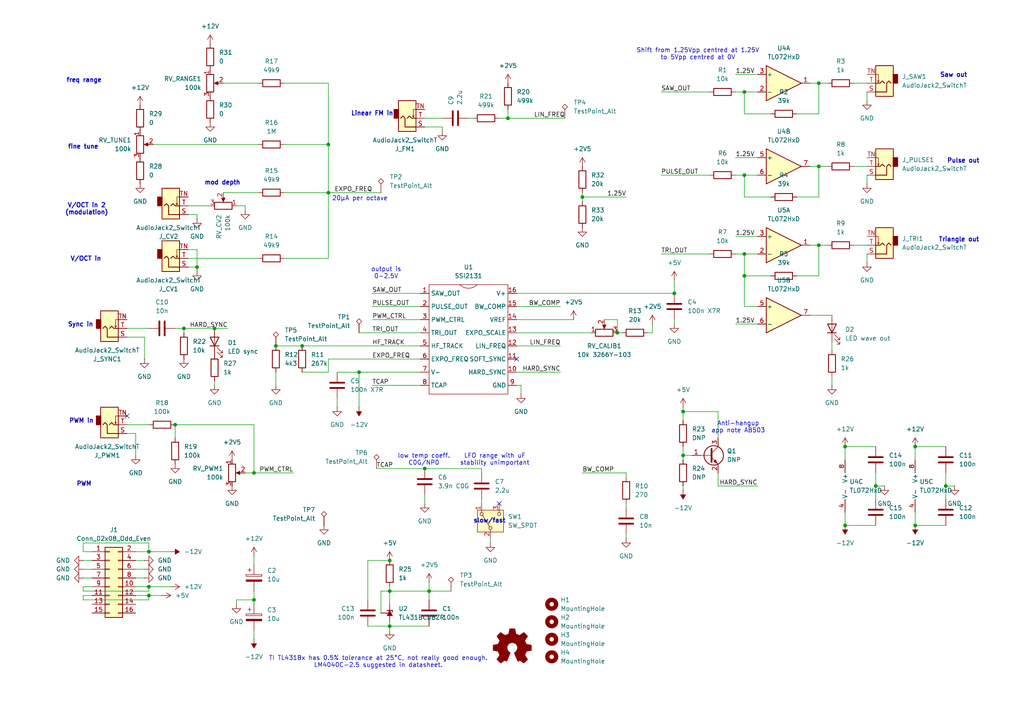
<source format=kicad_sch>
(kicad_sch (version 20250114) (generator "eeschema") (generator_version "9.0")
  (paper "A4")
  (title_block (title "SSI2131 based VCO") (company "Jonas Norling"))
  (text "slow/fast" (at 141.986 151.13 0) (effects (font (size 1.27 1.27) (thickness 0.254) (bold yes))))
  (text "mod depth" (at 64.516 53.086 0) (effects (font (size 1.27 1.27) (thickness 0.254) (bold yes))))
  (text "freq range" (at 24.384 23.368 0) (effects (font (size 1.27 1.27) (thickness 0.254) (bold yes))))
  (text "LFO range with uF\nstability unimportant" (at 143.51 133.35 0) (effects (font (size 1.27 1.27))))
  (text "Linear FM in" (at 107.95 33.02 0) (effects (font (size 1.27 1.27) (thickness 0.254) (bold yes))))
  (text "PWM in" (at 23.622 122.174 0) (effects (font (size 1.27 1.27) (thickness 0.254) (bold yes))))
  (text "20µA per octave" (at 104.394 57.658 0) (effects (font (size 1.27 1.27))))
  (text "low temp coeff.\nC0G/NP0" (at 122.936 133.35 0) (effects (font (size 1.27 1.27))))
  (text "Anti-hangup\napp note AB503" (at 214.122 123.952 0) (effects (font (size 1.27 1.27))))
  (text "V/OCT in" (at 24.892 75.184 0) (effects (font (size 1.27 1.27) (thickness 0.254) (bold yes))))
  (text "output is\n0-2.5V" (at 112.014 79.248 0) (effects (font (size 1.27 1.27))))
  (text "PWM" (at 24.384 140.462 0) (effects (font (size 1.27 1.27) (thickness 0.254) (bold yes))))
  (text "Sync in" (at 23.368 94.234 0) (effects (font (size 1.27 1.27) (thickness 0.254) (bold yes))))
  (text "TI TL431Bx has 0.5% tolerance at 25°C, not really good enough.\nLM4040C-2.5 suggested in datasheet." (at 109.728 192.024 0) (effects (font (size 1.27 1.27))))
  (text "Shift from 1.25Vpp centred at 1.25V\nto 5Vpp centred at 0V" (at 202.438 15.748 0) (effects (font (size 1.27 1.27))))
  (text "Saw out" (at 276.606 21.844 0) (effects (font (size 1.27 1.27) (thickness 0.254) (bold yes))))
  (text "Pulse out" (at 279.4 46.736 0) (effects (font (size 1.27 1.27) (thickness 0.254) (bold yes))))
  (text "V/OCT in 2\n(modulation)" (at 25.146 60.706 0) (effects (font (size 1.27 1.27) (thickness 0.254) (bold yes))))
  (text "fine tune" (at 24.13 42.672 0) (effects (font (size 1.27 1.27) (thickness 0.254) (bold yes))))
  (text "Triangle out" (at 278.13 69.596 0) (effects (font (size 1.27 1.27) (thickness 0.254) (bold yes))))
  (junction (at 43.18 160.02))
  (junction (at 215.9 80.01))
  (junction (at 43.18 170.18))
  (junction (at 73.66 173.99))
  (junction (at 274.32 140.97))
  (junction (at 62.23 95.25))
  (junction (at 254 140.97))
  (junction (at 237.49 71.12))
  (junction (at 95.25 55.88))
  (junction (at 237.49 24.13))
  (junction (at 95.25 41.91))
  (junction (at 195.58 85.09))
  (junction (at 147.32 34.29))
  (junction (at 104.14 107.95))
  (junction (at 265.43 129.54))
  (junction (at 87.63 100.33))
  (junction (at 215.9 50.8))
  (junction (at 265.43 152.4))
  (junction (at 80.01 100.33))
  (junction (at 57.15 77.47))
  (junction (at 237.49 48.26))
  (junction (at 215.9 73.66))
  (junction (at 43.18 172.72))
  (junction (at 198.12 119.38))
  (junction (at 168.91 57.15))
  (junction (at 53.34 95.25))
  (junction (at 179.07 96.52))
  (junction (at 124.46 171.45))
  (junction (at 73.66 137.16))
  (junction (at 198.12 132.08))
  (junction (at 245.11 152.4))
  (junction (at 123.19 135.89))
  (junction (at 113.03 181.61))
  (junction (at 50.8 123.19))
  (junction (at 113.03 171.45))
  (junction (at 215.9 26.67))
  (junction (at 245.11 129.54))
  (junction (at 113.03 162.56))
  (no_connect (at 144.78 146.05))
  (no_connect (at 149.86 104.14))
  (no_connect (at 36.83 120.65))
  (wire (pts (xy 106.68 181.61) (xy 113.03 181.61)))
  (wire (pts (xy 87.63 107.95) (xy 95.25 107.95)))
  (wire (pts (xy 231.14 57.15) (xy 237.49 57.15)))
  (wire (pts (xy 234.95 71.12) (xy 237.49 71.12)))
  (wire (pts (xy 24.13 173.99) (xy 43.18 173.99)))
  (wire (pts (xy 39.37 167.64) (xy 41.91 167.64)))
  (wire (pts (xy 189.23 93.98) (xy 189.23 96.52)))
  (wire (pts (xy 24.13 172.72) (xy 24.13 173.99)))
  (wire (pts (xy 231.14 80.01) (xy 237.49 80.01)))
  (wire (pts (xy 26.67 162.56) (xy 24.13 162.56)))
  (wire (pts (xy 254 140.97) (xy 256.54 140.97)))
  (wire (pts (xy 147.32 31.75) (xy 147.32 34.29)))
  (wire (pts (xy 95.25 107.95) (xy 95.25 104.14)))
  (wire (pts (xy 57.15 77.47) (xy 57.15 78.74)))
  (wire (pts (xy 208.28 137.16) (xy 208.28 140.97)))
  (wire (pts (xy 241.3 109.22) (xy 241.3 111.76)))
  (wire (pts (xy 247.65 48.26) (xy 251.46 48.26)))
  (wire (pts (xy 208.28 119.38) (xy 198.12 119.38)))
  (wire (pts (xy 181.61 146.05) (xy 181.61 147.32)))
  (wire (pts (xy 223.52 57.15) (xy 215.9 57.15)))
  (wire (pts (xy 44.45 41.91) (xy 74.93 41.91)))
  (wire (pts (xy 213.36 68.58) (xy 219.71 68.58)))
  (wire (pts (xy 39.37 125.73) (xy 39.37 132.08)))
  (wire (pts (xy 68.58 59.69) (xy 71.12 59.69)))
  (wire (pts (xy 73.66 182.88) (xy 73.66 185.42)))
  (wire (pts (xy 208.28 140.97) (xy 219.71 140.97)))
  (wire (pts (xy 62.23 95.25) (xy 66.04 95.25)))
  (wire (pts (xy 144.78 34.29) (xy 147.32 34.29)))
  (wire (pts (xy 26.67 167.64) (xy 24.13 167.64)))
  (wire (pts (xy 43.18 157.48) (xy 43.18 160.02)))
  (wire (pts (xy 215.9 80.01) (xy 215.9 73.66)))
  (wire (pts (xy 54.61 77.47) (xy 57.15 77.47)))
  (wire (pts (xy 149.86 96.52) (xy 171.45 96.52)))
  (wire (pts (xy 73.66 161.29) (xy 73.66 163.83)))
  (wire (pts (xy 104.14 107.95) (xy 104.14 118.11)))
  (wire (pts (xy 104.14 96.52) (xy 121.92 96.52)))
  (wire (pts (xy 181.61 137.16) (xy 181.61 138.43)))
  (wire (pts (xy 50.8 123.19) (xy 50.8 127)))
  (wire (pts (xy 123.19 143.51) (xy 123.19 146.05)))
  (wire (pts (xy 39.37 172.72) (xy 43.18 172.72)))
  (wire (pts (xy 82.55 55.88) (xy 95.25 55.88)))
  (wire (pts (xy 198.12 118.11) (xy 198.12 119.38)))
  (wire (pts (xy 139.7 144.78) (xy 139.7 146.05)))
  (wire (pts (xy 241.3 99.06) (xy 241.3 101.6)))
  (wire (pts (xy 123.19 34.29) (xy 128.27 34.29)))
  (wire (pts (xy 87.63 100.33) (xy 121.92 100.33)))
  (wire (pts (xy 110.49 177.8) (xy 110.49 171.45)))
  (wire (pts (xy 57.15 62.23) (xy 57.15 63.5)))
  (wire (pts (xy 139.7 135.89) (xy 139.7 137.16)))
  (wire (pts (xy 213.36 50.8) (xy 215.9 50.8)))
  (wire (pts (xy 39.37 162.56) (xy 41.91 162.56)))
  (wire (pts (xy 191.77 26.67) (xy 205.74 26.67)))
  (wire (pts (xy 237.49 80.01) (xy 237.49 71.12)))
  (wire (pts (xy 265.43 148.59) (xy 265.43 152.4)))
  (wire (pts (xy 251.46 73.66) (xy 251.46 76.2)))
  (wire (pts (xy 113.03 171.45) (xy 113.03 175.26)))
  (wire (pts (xy 147.32 34.29) (xy 163.83 34.29)))
  (wire (pts (xy 213.36 21.59) (xy 219.71 21.59)))
  (wire (pts (xy 215.9 50.8) (xy 219.71 50.8)))
  (wire (pts (xy 213.36 26.67) (xy 215.9 26.67)))
  (wire (pts (xy 57.15 72.39) (xy 57.15 77.47)))
  (wire (pts (xy 73.66 123.19) (xy 73.66 137.16)))
  (wire (pts (xy 53.34 95.25) (xy 62.23 95.25)))
  (wire (pts (xy 247.65 24.13) (xy 251.46 24.13)))
  (wire (pts (xy 231.14 33.02) (xy 237.49 33.02)))
  (wire (pts (xy 191.77 73.66) (xy 205.74 73.66)))
  (wire (pts (xy 265.43 152.4) (xy 274.32 152.4)))
  (wire (pts (xy 234.95 48.26) (xy 237.49 48.26)))
  (wire (pts (xy 215.9 73.66) (xy 219.71 73.66)))
  (wire (pts (xy 195.58 92.71) (xy 195.58 93.98)))
  (wire (pts (xy 36.83 95.25) (xy 43.18 95.25)))
  (wire (pts (xy 213.36 93.98) (xy 219.71 93.98)))
  (wire (pts (xy 149.86 85.09) (xy 195.58 85.09)))
  (wire (pts (xy 213.36 73.66) (xy 215.9 73.66)))
  (wire (pts (xy 62.23 110.49) (xy 62.23 111.76)))
  (wire (pts (xy 251.46 50.8) (xy 251.46 53.34)))
  (wire (pts (xy 109.22 135.89) (xy 123.19 135.89)))
  (wire (pts (xy 82.55 74.93) (xy 95.25 74.93)))
  (wire (pts (xy 80.01 100.33) (xy 87.63 100.33)))
  (wire (pts (xy 151.13 111.76) (xy 151.13 114.3)))
  (wire (pts (xy 274.32 140.97) (xy 276.86 140.97)))
  (wire (pts (xy 254 137.16) (xy 254 140.97)))
  (wire (pts (xy 215.9 26.67) (xy 219.71 26.67)))
  (wire (pts (xy 198.12 119.38) (xy 198.12 121.92)))
  (wire (pts (xy 175.26 92.71) (xy 179.07 92.71)))
  (wire (pts (xy 73.66 173.99) (xy 73.66 175.26)))
  (wire (pts (xy 254 140.97) (xy 254 144.78)))
  (wire (pts (xy 64.77 55.88) (xy 74.93 55.88)))
  (wire (pts (xy 265.43 129.54) (xy 265.43 133.35)))
  (wire (pts (xy 26.67 170.18) (xy 24.13 170.18)))
  (wire (pts (xy 245.11 129.54) (xy 245.11 133.35)))
  (wire (pts (xy 124.46 171.45) (xy 130.81 171.45)))
  (wire (pts (xy 36.83 125.73) (xy 39.37 125.73)))
  (wire (pts (xy 121.92 107.95) (xy 104.14 107.95)))
  (wire (pts (xy 110.49 171.45) (xy 113.03 171.45)))
  (wire (pts (xy 95.25 24.13) (xy 95.25 41.91)))
  (wire (pts (xy 195.58 81.28) (xy 195.58 85.09)))
  (wire (pts (xy 124.46 168.91) (xy 124.46 171.45)))
  (wire (pts (xy 24.13 171.45) (xy 43.18 171.45)))
  (wire (pts (xy 24.13 172.72) (xy 26.67 172.72)))
  (wire (pts (xy 181.61 154.94) (xy 181.61 156.21)))
  (wire (pts (xy 219.71 88.9) (xy 215.9 88.9)))
  (wire (pts (xy 215.9 57.15) (xy 215.9 50.8)))
  (wire (pts (xy 189.23 96.52) (xy 187.96 96.52)))
  (wire (pts (xy 73.66 137.16) (xy 85.09 137.16)))
  (wire (pts (xy 24.13 160.02) (xy 24.13 157.48)))
  (wire (pts (xy 223.52 80.01) (xy 215.9 80.01)))
  (wire (pts (xy 26.67 165.1) (xy 24.13 165.1)))
  (wire (pts (xy 43.18 171.45) (xy 43.18 170.18)))
  (wire (pts (xy 198.12 132.08) (xy 200.66 132.08)))
  (wire (pts (xy 50.8 95.25) (xy 53.34 95.25)))
  (wire (pts (xy 107.95 111.76) (xy 121.92 111.76)))
  (wire (pts (xy 234.95 91.44) (xy 241.3 91.44)))
  (wire (pts (xy 215.9 88.9) (xy 215.9 80.01)))
  (wire (pts (xy 149.86 88.9) (xy 162.56 88.9)))
  (wire (pts (xy 237.49 24.13) (xy 234.95 24.13)))
  (wire (pts (xy 24.13 160.02) (xy 26.67 160.02)))
  (wire (pts (xy 215.9 33.02) (xy 215.9 26.67)))
  (wire (pts (xy 237.49 71.12) (xy 240.03 71.12)))
  (wire (pts (xy 39.37 170.18) (xy 43.18 170.18)))
  (wire (pts (xy 24.13 170.18) (xy 24.13 171.45)))
  (wire (pts (xy 43.18 172.72) (xy 46.99 172.72)))
  (wire (pts (xy 80.01 107.95) (xy 80.01 111.76)))
  (wire (pts (xy 107.95 85.09) (xy 121.92 85.09)))
  (wire (pts (xy 43.18 173.99) (xy 43.18 172.72)))
  (wire (pts (xy 113.03 181.61) (xy 113.03 182.88)))
  (wire (pts (xy 95.25 41.91) (xy 95.25 55.88)))
  (wire (pts (xy 113.03 180.34) (xy 113.03 181.61)))
  (wire (pts (xy 168.91 137.16) (xy 181.61 137.16)))
  (wire (pts (xy 24.13 157.48) (xy 43.18 157.48)))
  (wire (pts (xy 247.65 71.12) (xy 251.46 71.12)))
  (wire (pts (xy 245.11 129.54) (xy 254 129.54)))
  (wire (pts (xy 135.89 34.29) (xy 137.16 34.29)))
  (wire (pts (xy 95.25 104.14) (xy 121.92 104.14)))
  (wire (pts (xy 198.12 133.35) (xy 198.12 132.08)))
  (wire (pts (xy 142.24 156.21) (xy 142.24 157.48)))
  (wire (pts (xy 265.43 129.54) (xy 274.32 129.54)))
  (wire (pts (xy 41.91 97.79) (xy 41.91 104.14)))
  (wire (pts (xy 64.77 24.13) (xy 74.93 24.13)))
  (wire (pts (xy 113.03 181.61) (xy 124.46 181.61)))
  (wire (pts (xy 213.36 45.72) (xy 219.71 45.72)))
  (wire (pts (xy 245.11 152.4) (xy 254 152.4)))
  (wire (pts (xy 97.79 107.95) (xy 104.14 107.95)))
  (wire (pts (xy 54.61 62.23) (xy 57.15 62.23)))
  (wire (pts (xy 124.46 171.45) (xy 113.03 171.45)))
  (wire (pts (xy 113.03 170.18) (xy 113.03 171.45)))
  (wire (pts (xy 54.61 72.39) (xy 57.15 72.39)))
  (wire (pts (xy 223.52 33.02) (xy 215.9 33.02)))
  (wire (pts (xy 124.46 173.99) (xy 124.46 171.45)))
  (wire (pts (xy 68.58 173.99) (xy 73.66 173.99)))
  (wire (pts (xy 237.49 24.13) (xy 240.03 24.13)))
  (wire (pts (xy 54.61 74.93) (xy 74.93 74.93)))
  (wire (pts (xy 71.12 137.16) (xy 73.66 137.16)))
  (wire (pts (xy 106.68 162.56) (xy 113.03 162.56)))
  (wire (pts (xy 179.07 92.71) (xy 179.07 96.52)))
  (wire (pts (xy 123.19 135.89) (xy 139.7 135.89)))
  (wire (pts (xy 39.37 165.1) (xy 41.91 165.1)))
  (wire (pts (xy 50.8 123.19) (xy 73.66 123.19)))
  (wire (pts (xy 198.12 129.54) (xy 198.12 132.08)))
  (wire (pts (xy 54.61 59.69) (xy 60.96 59.69)))
  (wire (pts (xy 149.86 100.33) (xy 162.56 100.33)))
  (wire (pts (xy 39.37 160.02) (xy 43.18 160.02)))
  (wire (pts (xy 149.86 111.76) (xy 151.13 111.76)))
  (wire (pts (xy 36.83 97.79) (xy 41.91 97.79)))
  (wire (pts (xy 36.83 123.19) (xy 43.18 123.19)))
  (wire (pts (xy 274.32 140.97) (xy 274.32 144.78)))
  (wire (pts (xy 106.68 173.99) (xy 106.68 162.56)))
  (wire (pts (xy 123.19 36.83) (xy 128.27 36.83)))
  (wire (pts (xy 168.91 57.15) (xy 181.61 57.15)))
  (wire (pts (xy 251.46 26.67) (xy 251.46 29.21)))
  (wire (pts (xy 82.55 41.91) (xy 95.25 41.91)))
  (wire (pts (xy 82.55 24.13) (xy 95.25 24.13)))
  (wire (pts (xy 245.11 148.59) (xy 245.11 152.4)))
  (wire (pts (xy 107.95 88.9) (xy 121.92 88.9)))
  (wire (pts (xy 237.49 48.26) (xy 240.03 48.26)))
  (wire (pts (xy 95.25 74.93) (xy 95.25 55.88)))
  (wire (pts (xy 97.79 115.57) (xy 97.79 118.11)))
  (wire (pts (xy 68.58 175.26) (xy 68.58 173.99)))
  (wire (pts (xy 149.86 92.71) (xy 166.37 92.71)))
  (wire (pts (xy 191.77 50.8) (xy 205.74 50.8)))
  (wire (pts (xy 43.18 160.02) (xy 49.53 160.02)))
  (wire (pts (xy 179.07 96.52) (xy 180.34 96.52)))
  (wire (pts (xy 128.27 36.83) (xy 128.27 38.1)))
  (wire (pts (xy 149.86 107.95) (xy 162.56 107.95)))
  (wire (pts (xy 71.12 59.69) (xy 71.12 60.96)))
  (wire (pts (xy 274.32 137.16) (xy 274.32 140.97)))
  (wire (pts (xy 95.25 55.88) (xy 110.49 55.88)))
  (wire (pts (xy 168.91 55.88) (xy 168.91 57.15)))
  (wire (pts (xy 107.95 92.71) (xy 121.92 92.71)))
  (wire (pts (xy 198.12 140.97) (xy 198.12 142.24)))
  (wire (pts (xy 208.28 127) (xy 208.28 119.38)))
  (wire (pts (xy 53.34 95.25) (xy 53.34 96.52)))
  (wire (pts (xy 73.66 171.45) (xy 73.66 173.99)))
  (wire (pts (xy 237.49 57.15) (xy 237.49 48.26)))
  (wire (pts (xy 237.49 33.02) (xy 237.49 24.13)))
  (wire (pts (xy 168.91 57.15) (xy 168.91 58.42)))
  (wire (pts (xy 43.18 170.18) (xy 49.53 170.18)))
  (label "SAW_OUT" (at 107.95 85.09 0))
  (label "1.25V" (at 213.36 93.98 0))
  (label "1.25V" (at 213.36 45.72 0))
  (label "EXPO_FREQ" (at 107.95 104.14 0))
  (label "HARD_SYNC" (at 162.56 107.95 180))
  (label "TRI_OUT" (at 107.95 96.52 0))
  (label "BW_COMP" (at 168.91 137.16 0))
  (label "TCAP" (at 109.22 135.89 0))
  (label "PWM_CTRL" (at 107.95 92.71 0))
  (label "HARD_SYNC" (at 219.71 140.97 180))
  (label "LIN_FREQ" (at 163.83 34.29 180))
  (label "BW_COMP" (at 162.56 88.9 180))
  (label "HF_TRACK" (at 107.95 100.33 0))
  (label "PWM_CTRL" (at 85.09 137.16 180))
  (label "1.25V" (at 181.61 57.15 180))
  (label "LIN_FREQ" (at 162.56 100.33 180))
  (label "PULSE_OUT" (at 107.95 88.9 0))
  (label "TRI_OUT" (at 191.77 73.66 0))
  (label "EXPO_FREQ" (at 107.95 55.88 180))
  (label "1.25V" (at 213.36 68.58 0))
  (label "HARD_SYNC" (at 66.04 95.25 180))
  (label "SAW_OUT" (at 191.77 26.67 0))
  (label "1.25V" (at 213.36 21.59 0))
  (label "PULSE_OUT" (at 191.77 50.8 0))
  (label "TCAP" (at 107.95 111.76 0))
  (symbol (lib_id "power:-12V") (at 245.11 152.4 180) (unit 1)
    (property "Reference" "#PWR053" (effects (hide yes)))
    (property "Value" "-12V" (at 245.11 157.48 0))
    (property "Description" "Power symbol creates a global label with name \"-12V\"" (effects (hide yes)))
  )
  (symbol (lib_id "Amplifier_Operational:TL072") (at 227.33 71.12 0) (unit 1)
    (property "Reference" "U5" (at 227.33 60.96 0))
    (property "Value" "TL072HxD" (at 227.33 63.5 0))
    (property "Footprint" "Package_SO:SOIC-8_3.9x4.9mm_P1.27mm" (effects (hide yes)))
    (property "Datasheet" "http://www.ti.com/lit/ds/symlink/tl071.pdf" (effects (hide yes)))
    (property "Description" "Dual Low-Noise JFET-Input Operational Amplifiers, DIP-8/SOIC-8" (effects (hide yes)))
  )
  (symbol (lib_id "Device:C_Polarized") (at 73.66 179.07 0) (unit 1)
    (property "Reference" "C3" (at 77.47 176.9109 0) (effects (justify left)))
    (property "Value" "10u" (at 77.47 179.4509 0) (effects (justify left)))
    (property "Footprint" "Capacitor_THT:CP_Radial_D5.0mm_P2.50mm" (effects (hide yes)))
    (property "Description" "Polarized capacitor" (effects (hide yes)))
  )
  (symbol (lib_id "power:+12V") (at 245.11 129.54 0) (unit 1)
    (property "Reference" "#PWR024" (effects (hide yes)))
    (property "Value" "+12V" (at 245.11 124.46 0))
    (property "Description" "Power symbol creates a global label with name \"+12V\"" (effects (hide yes)))
  )
  (symbol (lib_id "Connector_Audio:AudioJack2_SwitchT") (at 31.75 123.19 0) (mirror x) (unit 1)
    (property "Reference" "J_PWM1" (at 31.115 132.08 0))
    (property "Value" "AudioJack2_SwitchT" (at 31.115 129.54 0))
    (property "Footprint" "Connector_Audio:Jack_3.5mm_QingPu_WQP-PJ398SM_Vertical_CircularHoles" (effects (hide yes)))
    (property "Description" "Audio Jack, 2 Poles (Mono / TS), Switched T Pole (Normalling)" (effects (hide yes)))
  )
  (symbol (lib_id "power:+5V") (at 113.03 162.56 0) (unit 1)
    (property "Reference" "#PWR01" (effects (hide yes)))
    (property "Value" "+5V" (at 113.03 157.48 0))
    (property "Description" "Power symbol creates a global label with name \"+5V\"" (effects (hide yes)))
  )
  (symbol (lib_id "Connector:TestPoint_Alt") (at 163.83 34.29 0) (mirror y) (unit 1)
    (property "Reference" "TP4" (at 166.37 29.7179 0) (effects (justify right)))
    (property "Value" "TestPoint_Alt" (at 166.37 32.2579 0) (effects (justify right)))
    (property "Footprint" "Holes:TP_0.9mm" (effects (hide yes)))
    (property "Description" "test point (alternative shape)" (effects (hide yes)))
  )
  (symbol (lib_id "power:GND") (at 57.15 78.74 0) (unit 1)
    (property "Reference" "#PWR033" (effects (hide yes)))
    (property "Value" "GND" (at 57.15 83.82 0))
    (property "Description" "Power symbol creates a global label with name \"GND\" , ground" (effects (hide yes)))
  )
  (symbol (lib_id "power:+2V5") (at 67.31 133.35 0) (unit 1)
    (property "Reference" "#PWR039" (effects (hide yes)))
    (property "Value" "+2V5" (at 67.31 128.27 0))
    (property "Description" "Power symbol creates a global label with name \"+2V5\"" (effects (hide yes)))
  )
  (symbol (lib_id "power:-12V") (at 73.66 185.42 180) (unit 1)
    (property "Reference" "#PWR016" (effects (hide yes)))
    (property "Value" "-12V" (at 73.66 190.5 0))
    (property "Description" "Power symbol creates a global label with name \"-12V\"" (effects (hide yes)))
  )
  (symbol (lib_id "Mechanical:MountingHole") (at 160.02 175.26 0) (unit 1) (in_bom no)
    (property "Reference" "H1" (at 162.56 173.9899 0) (effects (justify left)))
    (property "Value" "MountingHole" (at 162.56 176.5299 0) (effects (justify left)))
    (property "Footprint" "MountingHole:MountingHole_3.5mm" (effects (hide yes)))
    (property "Description" "Mounting Hole without connection" (effects (hide yes)))
  )
  (symbol (lib_id "Device:R") (at 60.96 16.51 180) (unit 1)
    (property "Reference" "R31" (at 63.5 15.2399 0) (effects (justify right)))
    (property "Value" "0" (at 63.5 17.7799 0) (effects (justify right)))
    (property "Footprint" "Resistor_SMD:R_0603_1608Metric_Pad0.98x0.95mm_HandSolder" (effects (hide yes)))
    (property "Description" "Resistor" (effects (hide yes)))
  )
  (symbol (lib_id "power:GND") (at 97.79 118.11 0) (unit 1)
    (property "Reference" "#PWR020" (effects (hide yes)))
    (property "Value" "GND" (at 97.79 123.19 0))
    (property "Description" "Power symbol creates a global label with name \"GND\" , ground" (effects (hide yes)))
  )
  (symbol (lib_id "Connector_Audio:AudioJack2_SwitchT") (at 49.53 74.93 0) (mirror x) (unit 1)
    (property "Reference" "J_CV1" (at 48.895 83.82 0))
    (property "Value" "AudioJack2_SwitchT" (at 48.895 81.28 0))
    (property "Footprint" "Connector_Audio:Jack_3.5mm_QingPu_WQP-PJ398SM_Vertical_CircularHoles" (effects (hide yes)))
    (property "Description" "Audio Jack, 2 Poles (Mono / TS), Switched T Pole (Normalling)" (effects (hide yes)))
  )
  (symbol (lib_id "Device:R_Potentiometer") (at 175.26 96.52 90) (unit 1)
    (property "Reference" "RV_CALIB1" (at 175.26 100.33 90))
    (property "Value" "10k 3266Y-103" (at 175.26 102.87 90))
    (property "Footprint" "Potentiometer_THT:Potentiometer_Bourns_3266Y_Vertical" (effects (hide yes)))
    (property "Description" "Potentiometer" (effects (hide yes)))
  )
  (symbol (lib_id "Amplifier_Operational:TL072") (at 227.33 48.26 0) (unit 2)
    (property "Reference" "U4" (at 227.33 38.1 0))
    (property "Value" "TL072HxD" (at 227.33 40.64 0))
    (property "Footprint" "Package_SO:SOIC-8_3.9x4.9mm_P1.27mm" (effects (hide yes)))
    (property "Datasheet" "http://www.ti.com/lit/ds/symlink/tl071.pdf" (effects (hide yes)))
    (property "Description" "Dual Low-Noise JFET-Input Operational Amplifiers, DIP-8/SOIC-8" (effects (hide yes)))
  )
  (symbol (lib_id "Device:C") (at 195.58 88.9 0) (unit 1)
    (property "Reference" "C4" (at 199.39 87.6299 0) (effects (justify left)))
    (property "Value" "100n X7R" (at 199.39 90.1699 0) (effects (justify left)))
    (property "Footprint" "Capacitor_SMD:C_0603_1608Metric_Pad1.08x0.95mm_HandSolder" (effects (hide yes)))
    (property "Description" "Unpolarized capacitor" (effects (hide yes)))
  )
  (symbol (lib_id "Amplifier_Operational:TL072") (at 247.65 140.97 0) (unit 3)
    (property "Reference" "U4" (at 246.38 139.6999 0) (effects (justify left)))
    (property "Value" "TL072HxD" (at 246.38 142.2399 0) (effects (justify left)))
    (property "Footprint" "Package_SO:SOIC-8_3.9x4.9mm_P1.27mm" (effects (hide yes)))
    (property "Datasheet" "http://www.ti.com/lit/ds/symlink/tl071.pdf" (effects (hide yes)))
    (property "Description" "Dual Low-Noise JFET-Input Operational Amplifiers, DIP-8/SOIC-8" (effects (hide yes)))
  )
  (symbol (lib_id "power:+5V") (at 46.99 172.72 270) (unit 1)
    (property "Reference" "#PWR012" (effects (hide yes)))
    (property "Value" "+5V" (at 50.8 172.7199 90) (effects (justify left)))
    (property "Description" "Power symbol creates a global label with name \"+5V\"" (effects (hide yes)))
  )
  (symbol (lib_id "power:GND") (at 151.13 114.3 0) (unit 1)
    (property "Reference" "#PWR018" (effects (hide yes)))
    (property "Value" "GND" (at 151.13 119.38 0))
    (property "Description" "Power symbol creates a global label with name \"GND\" , ground" (effects (hide yes)))
  )
  (symbol (lib_id "power:GND") (at 41.91 165.1 90) (unit 1)
    (property "Reference" "#PWR04" (effects (hide yes)))
    (property "Value" "GND" (at 45.72 165.0999 90) (effects (justify right)))
    (property "Description" "Power symbol creates a global label with name \"GND\" , ground" (effects (hide yes)))
  )
  (symbol (lib_id "Connector_Audio:AudioJack2_SwitchT") (at 256.54 71.12 180) (unit 1)
    (property "Reference" "J_TRI1" (at 261.62 69.2149 0) (effects (justify right)))
    (property "Value" "AudioJack2_SwitchT" (at 261.62 71.7549 0) (effects (justify right)))
    (property "Footprint" "Connector_Audio:Jack_3.5mm_QingPu_WQP-PJ398SM_Vertical_CircularHoles" (effects (hide yes)))
    (property "Description" "Audio Jack, 2 Poles (Mono / TS), Switched T Pole (Normalling)" (effects (hide yes)))
  )
  (symbol (lib_id "power:GND") (at 276.86 140.97 0) (unit 1)
    (property "Reference" "#PWR052" (effects (hide yes)))
    (property "Value" "GND" (at 276.86 146.05 0))
    (property "Description" "Power symbol creates a global label with name \"GND\" , ground" (effects (hide yes)))
  )
  (symbol (lib_id "Device:R") (at 147.32 27.94 0) (unit 1)
    (property "Reference" "R20" (at 149.86 26.6699 0) (effects (justify left)))
    (property "Value" "499k" (at 149.86 29.2099 0) (effects (justify left)))
    (property "Footprint" "Resistor_SMD:R_0603_1608Metric_Pad0.98x0.95mm_HandSolder" (effects (hide yes)))
    (property "Description" "Resistor" (effects (hide yes)))
  )
  (symbol (lib_id "Transistor_BJT:BC847") (at 205.74 132.08 0) (unit 1)
    (property "Reference" "Q1" (at 210.82 130.8099 0) (effects (justify left)))
    (property "Value" "DNP" (at 210.82 133.3499 0) (effects (justify left)))
    (property "Footprint" "Package_TO_SOT_SMD:SOT-23" (effects (hide yes)))
    (property "Datasheet" "http://www.infineon.com/dgdl/Infineon-BC847SERIES_BC848SERIES_BC849SERIES_BC850SERIES-DS-v01_01-en.pdf?fileId=db3a304314dca389011541d4630a1657" (effects (hide yes)))
    (property "Description" "0.1A Ic, 45V Vce, NPN Transistor, SOT-23" (effects (hide yes)))
    (property "Sim.Device" "NPN" (effects (hide yes)))
    (property "Sim.Pins" "1=B 2=E 3=C" (effects (hide yes)))
  )
  (symbol (lib_id "Device:R") (at 227.33 57.15 270) (unit 1)
    (property "Reference" "R4" (at 227.33 50.8 90))
    (property "Value" "39k" (at 227.33 53.34 90))
    (property "Footprint" "Resistor_SMD:R_0603_1608Metric_Pad0.98x0.95mm_HandSolder" (effects (hide yes)))
    (property "Description" "Resistor" (effects (hide yes)))
  )
  (symbol (lib_id "Graphic:Logo_Open_Hardware_Small") (at 148.59 187.96 0) (unit 1) (exclude_from_sim yes) (in_bom no) (on_board no)
    (property "Reference" "#SYM1" (effects (hide yes)))
    (property "Value" "Logo_Open_Hardware_Small" (effects (hide yes)))
    (property "Footprint" "Symbol:OSHW-Logo2_7.3x6mm_SilkScreen" (effects (hide yes)))
    (property "Description" "Open Hardware logo, small" (effects (hide yes)))
  )
  (symbol (lib_id "Device:R") (at 198.12 137.16 0) (unit 1)
    (property "Reference" "R24" (at 200.66 135.8899 0) (effects (justify left)))
    (property "Value" "DNP" (at 200.66 138.4299 0) (effects (justify left)))
    (property "Footprint" "Resistor_SMD:R_0603_1608Metric_Pad0.98x0.95mm_HandSolder" (effects (hide yes)))
    (property "Description" "Resistor" (effects (hide yes)))
  )
  (symbol (lib_id "Device:R") (at 198.12 125.73 0) (unit 1)
    (property "Reference" "R23" (at 200.66 124.4599 0) (effects (justify left)))
    (property "Value" "DNP" (at 200.66 126.9999 0) (effects (justify left)))
    (property "Footprint" "Resistor_SMD:R_0603_1608Metric_Pad0.98x0.95mm_HandSolder" (effects (hide yes)))
    (property "Description" "Resistor" (effects (hide yes)))
  )
  (symbol (lib_id "power:GND") (at 241.3 111.76 0) (unit 1)
    (property "Reference" "#PWR049" (effects (hide yes)))
    (property "Value" "GND" (at 241.3 116.84 0))
    (property "Description" "Power symbol creates a global label with name \"GND\" , ground" (effects (hide yes)))
  )
  (symbol (lib_id "power:+12V") (at 60.96 12.7 0) (unit 1)
    (property "Reference" "#PWR038" (effects (hide yes)))
    (property "Value" "+12V" (at 60.96 7.62 0))
    (property "Description" "Power symbol creates a global label with name \"+12V\"" (effects (hide yes)))
  )
  (symbol (lib_id "power:GND") (at 53.34 104.14 0) (unit 1)
    (property "Reference" "#PWR046" (effects (hide yes)))
    (property "Value" "GND" (at 53.34 109.22 0))
    (property "Description" "Power symbol creates a global label with name \"GND\" , ground" (effects (hide yes)))
  )
  (symbol (lib_id "power:-12V") (at 49.53 160.02 270) (unit 1)
    (property "Reference" "#PWR02" (effects (hide yes)))
    (property "Value" "-12V" (at 53.34 160.0199 90) (effects (justify left)))
    (property "Description" "Power symbol creates a global label with name \"-12V\"" (effects (hide yes)))
  )
  (symbol (lib_id "Device:C") (at 46.99 95.25 90) (unit 1)
    (property "Reference" "C10" (at 46.99 87.63 90))
    (property "Value" "10n" (at 46.99 90.17 90))
    (property "Footprint" "Capacitor_SMD:C_0603_1608Metric_Pad1.08x0.95mm_HandSolder" (effects (hide yes)))
    (property "Description" "Unpolarized capacitor" (effects (hide yes)))
  )
  (symbol (lib_id "Reference_Voltage:TL431DBZ") (at 113.03 177.8 90) (unit 1)
    (property "Reference" "U2" (at 115.57 176.5299 90) (effects (justify right)))
    (property "Value" "TL431BCDBZR" (at 115.57 179.0699 90) (effects (justify right)))
    (property "Footprint" "Package_TO_SOT_SMD:SOT-23" (effects (hide yes)))
    (property "Datasheet" "http://www.ti.com/lit/ds/symlink/tl431.pdf" (effects (hide yes)))
    (property "Description" "Shunt Regulator, SOT-23" (effects (hide yes)))
  )
  (symbol (lib_id "power:GND") (at 50.8 134.62 0) (unit 1)
    (property "Reference" "#PWR042" (effects (hide yes)))
    (property "Value" "GND" (at 50.8 139.7 0))
    (property "Description" "Power symbol creates a global label with name \"GND\" , ground" (effects (hide yes)))
  )
  (symbol (lib_id "power:GND") (at 256.54 140.97 0) (unit 1)
    (property "Reference" "#PWR054" (effects (hide yes)))
    (property "Value" "GND" (at 256.54 146.05 0))
    (property "Description" "Power symbol creates a global label with name \"GND\" , ground" (effects (hide yes)))
  )
  (symbol (lib_id "Device:R") (at 243.84 24.13 270) (unit 1)
    (property "Reference" "R3" (at 243.84 17.78 90))
    (property "Value" "1k" (at 243.84 20.32 90))
    (property "Footprint" "Resistor_SMD:R_0603_1608Metric_Pad0.98x0.95mm_HandSolder" (effects (hide yes)))
    (property "Description" "Resistor" (effects (hide yes)))
  )
  (symbol (lib_id "Device:R") (at 113.03 166.37 180) (unit 1)
    (property "Reference" "R25" (at 115.57 165.0999 0) (effects (justify right)))
    (property "Value" "1k" (at 115.57 167.6399 0) (effects (justify right)))
    (property "Footprint" "Resistor_SMD:R_0603_1608Metric_Pad0.98x0.95mm_HandSolder" (effects (hide yes)))
    (property "Description" "Resistor" (effects (hide yes)))
  )
  (symbol (lib_id "Mechanical:MountingHole") (at 160.02 190.5 0) (unit 1) (in_bom no)
    (property "Reference" "H4" (at 162.56 189.2299 0) (effects (justify left)))
    (property "Value" "MountingHole" (at 162.56 191.7699 0) (effects (justify left)))
    (property "Footprint" "MountingHole:MountingHole_3.5mm" (effects (hide yes)))
    (property "Description" "Mounting Hole without connection" (effects (hide yes)))
  )
  (symbol (lib_id "Connector:TestPoint_Alt") (at 110.49 55.88 0) (mirror y) (unit 1)
    (property "Reference" "TP2" (at 113.03 51.3079 0) (effects (justify right)))
    (property "Value" "TestPoint_Alt" (at 113.03 53.8479 0) (effects (justify right)))
    (property "Footprint" "Holes:TP_0.9mm" (effects (hide yes)))
    (property "Description" "test point (alternative shape)" (effects (hide yes)))
  )
  (symbol (lib_id "Mechanical:MountingHole") (at 160.02 180.34 0) (unit 1) (in_bom no)
    (property "Reference" "H2" (at 162.56 179.0699 0) (effects (justify left)))
    (property "Value" "MountingHole" (at 162.56 181.6099 0) (effects (justify left)))
    (property "Footprint" "MountingHole:MountingHole_3.5mm" (effects (hide yes)))
    (property "Description" "Mounting Hole without connection" (effects (hide yes)))
  )
  (symbol (lib_id "Device:R") (at 243.84 71.12 270) (unit 1)
    (property "Reference" "R9" (at 243.84 64.77 90))
    (property "Value" "1k" (at 243.84 67.31 90))
    (property "Footprint" "Resistor_SMD:R_0603_1608Metric_Pad0.98x0.95mm_HandSolder" (effects (hide yes)))
    (property "Description" "Resistor" (effects (hide yes)))
  )
  (symbol (lib_id "power:+12V") (at 265.43 129.54 0) (unit 1)
    (property "Reference" "#PWR051" (effects (hide yes)))
    (property "Value" "+12V" (at 265.43 124.46 0))
    (property "Description" "Power symbol creates a global label with name \"+12V\"" (effects (hide yes)))
  )
  (symbol (lib_id "power:-12V") (at 265.43 152.4 180) (unit 1)
    (property "Reference" "#PWR050" (effects (hide yes)))
    (property "Value" "-12V" (at 265.43 157.48 0))
    (property "Description" "Power symbol creates a global label with name \"-12V\"" (effects (hide yes)))
  )
  (symbol (lib_id "Device:C") (at 132.08 34.29 90) (unit 1)
    (property "Reference" "C9" (at 130.8099 30.48 0) (effects (justify left)))
    (property "Value" "2.2u" (at 133.3499 30.48 0) (effects (justify left)))
    (property "Footprint" "Capacitor_SMD:C_0805_2012Metric_Pad1.18x1.45mm_HandSolder" (effects (hide yes)))
    (property "Description" "Unpolarized capacitor" (effects (hide yes)))
  )
  (symbol (lib_id "Switch:SW_SPDT") (at 142.24 151.13 90) (unit 1)
    (property "Reference" "SW1" (at 147.32 149.8599 90) (effects (justify right)))
    (property "Value" "SW_SPDT" (at 147.32 152.3999 90) (effects (justify right)))
    (property "Footprint" "Switch:SPDT big pads" (effects (hide yes)))
    (property "Description" "Switch, single pole double throw" (effects (hide yes)))
  )
  (symbol (lib_id "Device:C") (at 181.61 151.13 0) (unit 1)
    (property "Reference" "C8" (at 185.42 149.8599 0) (effects (justify left)))
    (property "Value" "10n" (at 185.42 152.3999 0) (effects (justify left)))
    (property "Footprint" "Capacitor_SMD:C_0603_1608Metric_Pad1.08x0.95mm_HandSolder" (effects (hide yes)))
    (property "Description" "Unpolarized capacitor" (effects (hide yes)))
  )
  (symbol (lib_id "Amplifier_Operational:TL072") (at 227.33 24.13 0) (unit 1)
    (property "Reference" "U4" (at 227.33 13.97 0))
    (property "Value" "TL072HxD" (at 227.33 16.51 0))
    (property "Footprint" "Package_SO:SOIC-8_3.9x4.9mm_P1.27mm" (effects (hide yes)))
    (property "Datasheet" "http://www.ti.com/lit/ds/symlink/tl071.pdf" (effects (hide yes)))
    (property "Description" "Dual Low-Noise JFET-Input Operational Amplifiers, DIP-8/SOIC-8" (effects (hide yes)))
  )
  (symbol (lib_id "power:GND") (at 168.91 66.04 0) (unit 1)
    (property "Reference" "#PWR056" (effects (hide yes)))
    (property "Value" "GND" (at 168.91 71.12 0))
    (property "Description" "Power symbol creates a global label with name \"GND\" , ground" (effects (hide yes)))
  )
  (symbol (lib_id "power:-12V") (at 198.12 142.24 180) (unit 1)
    (property "Reference" "#PWR048" (effects (hide yes)))
    (property "Value" "-12V" (at 198.12 147.32 0))
    (property "Description" "Power symbol creates a global label with name \"-12V\"" (effects (hide yes)))
  )
  (symbol (lib_id "power:GND") (at 40.64 53.34 0) (unit 1)
    (property "Reference" "#PWR035" (effects (hide yes)))
    (property "Value" "GND" (at 40.64 58.42 0))
    (property "Description" "Power symbol creates a global label with name \"GND\" , ground" (effects (hide yes)))
  )
  (symbol (lib_id "Device:R") (at 78.74 24.13 90) (unit 1)
    (property "Reference" "R17" (at 78.74 17.78 90))
    (property "Value" "49k9" (at 78.74 20.32 90))
    (property "Footprint" "Resistor_SMD:R_0603_1608Metric_Pad0.98x0.95mm_HandSolder" (effects (hide yes)))
    (property "Description" "Resistor" (effects (hide yes)))
  )
  (symbol (lib_id "power:GND") (at 93.98 152.4 0) (unit 1)
    (property "Reference" "#PWR057" (effects (hide yes)))
    (property "Value" "GND" (at 93.98 157.48 0))
    (property "Description" "Power symbol creates a global label with name \"GND\" , ground" (effects (hide yes)))
  )
  (symbol (lib_id "Device:R_Potentiometer") (at 40.64 41.91 0) (unit 1)
    (property "Reference" "RV_TUNE1" (at 38.1 40.6399 0) (effects (justify right)))
    (property "Value" "100k" (at 38.1 43.1799 0) (effects (justify right)))
    (property "Footprint" "Pot:RV9012NO" (effects (hide yes)))
    (property "Description" "Potentiometer" (effects (hide yes)))
  )
  (symbol (lib_id "Device:R") (at 78.74 55.88 90) (unit 1)
    (property "Reference" "R15" (at 78.74 49.53 90))
    (property "Value" "49k9" (at 78.74 52.07 90))
    (property "Footprint" "Resistor_SMD:R_0603_1608Metric_Pad0.98x0.95mm_HandSolder" (effects (hide yes)))
    (property "Description" "Resistor" (effects (hide yes)))
  )
  (symbol (lib_id "power:+5V") (at 198.12 118.11 0) (unit 1)
    (property "Reference" "#PWR047" (effects (hide yes)))
    (property "Value" "+5V" (at 198.12 113.03 0))
    (property "Description" "Power symbol creates a global label with name \"+5V\"" (effects (hide yes)))
  )
  (symbol (lib_id "Device:R") (at 209.55 73.66 270) (unit 1)
    (property "Reference" "R7" (at 209.55 67.31 90))
    (property "Value" "10k" (at 209.55 69.85 90))
    (property "Footprint" "Resistor_SMD:R_0603_1608Metric_Pad0.98x0.95mm_HandSolder" (effects (hide yes)))
    (property "Description" "Resistor" (effects (hide yes)))
  )
  (symbol (lib_id "Device:C") (at 124.46 177.8 0) (unit 1)
    (property "Reference" "C1" (at 128.27 176.5299 0) (effects (justify left)))
    (property "Value" "100n" (at 128.27 179.0699 0) (effects (justify left)))
    (property "Footprint" "Capacitor_SMD:C_0603_1608Metric_Pad1.08x0.95mm_HandSolder" (effects (hide yes)))
    (property "Description" "Unpolarized capacitor" (effects (hide yes)))
  )
  (symbol (lib_id "Device:C") (at 139.7 140.97 0) (unit 1)
    (property "Reference" "C7" (at 143.51 139.6999 0) (effects (justify left)))
    (property "Value" "2.2u" (at 143.51 142.2399 0) (effects (justify left)))
    (property "Footprint" "Capacitor_SMD:C_0805_2012Metric_Pad1.18x1.45mm_HandSolder" (effects (hide yes)))
    (property "Description" "Unpolarized capacitor" (effects (hide yes)))
  )
  (symbol (lib_id "power:GND") (at 80.01 111.76 0) (unit 1)
    (property "Reference" "#PWR030" (effects (hide yes)))
    (property "Value" "GND" (at 80.01 116.84 0))
    (property "Description" "Power symbol creates a global label with name \"GND\" , ground" (effects (hide yes)))
  )
  (symbol (lib_id "Device:R") (at 227.33 80.01 270) (unit 1)
    (property "Reference" "R5" (at 227.33 73.66 90))
    (property "Value" "39k" (at 227.33 76.2 90))
    (property "Footprint" "Resistor_SMD:R_0603_1608Metric_Pad0.98x0.95mm_HandSolder" (effects (hide yes)))
    (property "Description" "Resistor" (effects (hide yes)))
  )
  (symbol (lib_id "power:+2V5") (at 147.32 24.13 0) (unit 1)
    (property "Reference" "#PWR043" (effects (hide yes)))
    (property "Value" "+2V5" (at 147.32 19.05 0))
    (property "Description" "Power symbol creates a global label with name \"+2V5\"" (effects (hide yes)))
  )
  (symbol (lib_id "ssi:SSI2131") (at 135.89 97.79 0) (unit 1)
    (property "Reference" "U1" (at 135.89 77.47 0))
    (property "Value" "SSI2131" (at 135.89 80.01 0))
    (property "Footprint" "Package_SO:STC_SOP-16_3.9x9.9mm_P1.27mm" (effects (hide yes)))
    (property "Datasheet" "https://www.soundsemiconductor.com/downloads/ssi2131datasheet.pdf" (effects (hide yes)))
    (property "Description" "Sound Semiconductor VCO" (effects (hide yes)))
  )
  (symbol (lib_id "Connector_Audio:AudioJack2_SwitchT") (at 49.53 59.69 0) (mirror x) (unit 1)
    (property "Reference" "J_CV2" (at 48.895 68.58 0))
    (property "Value" "AudioJack2_SwitchT" (at 48.895 66.04 0))
    (property "Footprint" "Connector_Audio:Jack_3.5mm_QingPu_WQP-PJ398SM_Vertical_CircularHoles" (effects (hide yes)))
    (property "Description" "Audio Jack, 2 Poles (Mono / TS), Switched T Pole (Normalling)" (effects (hide yes)))
  )
  (symbol (lib_id "Connector_Generic:Conn_02x08_Odd_Even") (at 31.75 167.64 0) (unit 1)
    (property "Reference" "J1" (at 33.02 153.67 0))
    (property "Value" "Conn_02x08_Odd_Even" (at 33.02 156.21 0))
    (property "Footprint" "Connector_IDC:IDC-Header_2x08_P2.54mm_Vertical" (effects (hide yes)))
    (property "Description" "Generic connector, double row, 02x08, odd/even pin numbering scheme (row 1 odd numbers, row 2 even numbers), script generated (kicad-library-utils/schlib/autogen/connector/)" (effects (hide yes)))
  )
  (symbol (lib_id "Device:R") (at 80.01 104.14 0) (unit 1)
    (property "Reference" "R12" (at 82.55 102.8699 0) (effects (justify left)))
    (property "Value" "4k3" (at 82.55 105.4099 0) (effects (justify left)))
    (property "Footprint" "Resistor_SMD:R_0603_1608Metric_Pad0.98x0.95mm_HandSolder" (effects (hide yes)))
    (property "Description" "Resistor" (effects (hide yes)))
  )
  (symbol (lib_id "power:+12V") (at 40.64 30.48 0) (unit 1)
    (property "Reference" "#PWR036" (effects (hide yes)))
    (property "Value" "+12V" (at 40.64 25.4 0))
    (property "Description" "Power symbol creates a global label with name \"+12V\"" (effects (hide yes)))
  )
  (symbol (lib_id "Connector:TestPoint_Alt") (at 80.01 100.33 0) (mirror y) (unit 1)
    (property "Reference" "TP5" (at 82.55 95.7579 0) (effects (justify right)))
    (property "Value" "TestPoint_Alt" (at 82.55 98.2979 0) (effects (justify right)))
    (property "Footprint" "Holes:TP_0.9mm" (effects (hide yes)))
    (property "Description" "test point (alternative shape)" (effects (hide yes)))
  )
  (symbol (lib_id "power:+2V5") (at 168.91 48.26 0) (unit 1)
    (property "Reference" "#PWR055" (effects (hide yes)))
    (property "Value" "+2V5" (at 168.91 43.18 0))
    (property "Description" "Power symbol creates a global label with name \"+2V5\"" (effects (hide yes)))
  )
  (symbol (lib_id "power:GND") (at 39.37 132.08 0) (unit 1)
    (property "Reference" "#PWR041" (effects (hide yes)))
    (property "Value" "GND" (at 39.37 137.16 0))
    (property "Description" "Power symbol creates a global label with name \"GND\" , ground" (effects (hide yes)))
  )
  (symbol (lib_id "power:+12V") (at 73.66 161.29 0) (unit 1)
    (property "Reference" "#PWR013" (effects (hide yes)))
    (property "Value" "+12V" (at 73.66 156.21 0))
    (property "Description" "Power symbol creates a global label with name \"+12V\"" (effects (hide yes)))
  )
  (symbol (lib_id "Device:R") (at 78.74 74.93 90) (unit 1)
    (property "Reference" "R14" (at 78.74 68.58 90))
    (property "Value" "49k9" (at 78.74 71.12 90))
    (property "Footprint" "Resistor_SMD:R_0603_1608Metric_Pad0.98x0.95mm_HandSolder" (effects (hide yes)))
    (property "Description" "Resistor" (effects (hide yes)))
  )
  (symbol (lib_id "Device:R") (at 140.97 34.29 90) (unit 1)
    (property "Reference" "R21" (at 140.97 27.94 90))
    (property "Value" "499k" (at 140.97 30.48 90))
    (property "Footprint" "Resistor_SMD:R_0603_1608Metric_Pad0.98x0.95mm_HandSolder" (effects (hide yes)))
    (property "Description" "Resistor" (effects (hide yes)))
  )
  (symbol (lib_id "Connector:TestPoint_Alt") (at 93.98 152.4 0) (unit 1)
    (property "Reference" "TP7" (at 91.44 147.8279 0) (effects (justify right)))
    (property "Value" "TestPoint_Alt" (at 91.44 150.3679 0) (effects (justify right)))
    (property "Footprint" "Holes:TP_0.9mm" (effects (hide yes)))
    (property "Description" "test point (alternative shape)" (effects (hide yes)))
  )
  (symbol (lib_id "Device:C") (at 274.32 148.59 0) (unit 1)
    (property "Reference" "C12" (at 278.13 147.3199 0) (effects (justify left)))
    (property "Value" "100n" (at 278.13 149.8599 0) (effects (justify left)))
    (property "Footprint" "Capacitor_SMD:C_0603_1608Metric_Pad1.08x0.95mm_HandSolder" (effects (hide yes)))
    (property "Description" "Unpolarized capacitor" (effects (hide yes)))
  )
  (symbol (lib_id "Device:R") (at 60.96 31.75 180) (unit 1)
    (property "Reference" "R30" (at 63.5 30.4799 0) (effects (justify right)))
    (property "Value" "0" (at 63.5 33.0199 0) (effects (justify right)))
    (property "Footprint" "Resistor_SMD:R_0603_1608Metric_Pad0.98x0.95mm_HandSolder" (effects (hide yes)))
    (property "Description" "Resistor" (effects (hide yes)))
  )
  (symbol (lib_id "power:GND") (at 128.27 38.1 0) (unit 1)
    (property "Reference" "#PWR044" (effects (hide yes)))
    (property "Value" "GND" (at 128.27 43.18 0))
    (property "Description" "Power symbol creates a global label with name \"GND\" , ground" (effects (hide yes)))
  )
  (symbol (lib_id "power:GND") (at 71.12 60.96 0) (unit 1)
    (property "Reference" "#PWR032" (effects (hide yes)))
    (property "Value" "GND" (at 71.12 66.04 0))
    (property "Description" "Power symbol creates a global label with name \"GND\" , ground" (effects (hide yes)))
  )
  (symbol (lib_id "power:+2V5") (at 124.46 168.91 0) (unit 1)
    (property "Reference" "#PWR011" (effects (hide yes)))
    (property "Value" "+2V5" (at 124.46 163.83 0))
    (property "Description" "Power symbol creates a global label with name \"+2V5\"" (effects (hide yes)))
  )
  (symbol (lib_id "Device:R") (at 243.84 48.26 270) (unit 1)
    (property "Reference" "R8" (at 243.84 41.91 90))
    (property "Value" "1k" (at 243.84 44.45 90))
    (property "Footprint" "Resistor_SMD:R_0603_1608Metric_Pad0.98x0.95mm_HandSolder" (effects (hide yes)))
    (property "Description" "Resistor" (effects (hide yes)))
  )
  (symbol (lib_id "Amplifier_Operational:TL072") (at 227.33 91.44 0) (unit 2)
    (property "Reference" "U5" (at 227.33 81.28 0))
    (property "Value" "TL072HxD" (at 227.33 83.82 0))
    (property "Footprint" "Package_SO:SOIC-8_3.9x4.9mm_P1.27mm" (effects (hide yes)))
    (property "Datasheet" "http://www.ti.com/lit/ds/symlink/tl071.pdf" (effects (hide yes)))
    (property "Description" "Dual Low-Noise JFET-Input Operational Amplifiers, DIP-8/SOIC-8" (effects (hide yes)))
  )
  (symbol (lib_id "Connector_Audio:AudioJack2_SwitchT") (at 31.75 95.25 0) (mirror x) (unit 1)
    (property "Reference" "J_SYNC1" (at 31.115 104.14 0))
    (property "Value" "AudioJack2_SwitchT" (at 31.115 101.6 0))
    (property "Footprint" "Connector_Audio:Jack_3.5mm_QingPu_WQP-PJ398SM_Vertical_CircularHoles" (effects (hide yes)))
    (property "Description" "Audio Jack, 2 Poles (Mono / TS), Switched T Pole (Normalling)" (effects (hide yes)))
  )
  (symbol (lib_id "Device:LED") (at 62.23 99.06 90) (unit 1)
    (property "Reference" "D1" (at 66.04 99.3774 90) (effects (justify right)))
    (property "Value" "LED sync" (at 66.04 101.9174 90) (effects (justify right)))
    (property "Footprint" "LED_THT:LED_D3.0mm" (effects (hide yes)))
    (property "Description" "Light emitting diode" (effects (hide yes)))
    (property "Sim.Pins" "1=K 2=A" (effects (hide yes)))
  )
  (symbol (lib_id "power:+2V5") (at 189.23 93.98 0) (unit 1)
    (property "Reference" "#PWR031" (effects (hide yes)))
    (property "Value" "+2V5" (at 189.23 88.9 0))
    (property "Description" "Power symbol creates a global label with name \"+2V5\"" (effects (hide yes)))
  )
  (symbol (lib_id "Device:C") (at 254 133.35 0) (unit 1)
    (property "Reference" "C14" (at 257.81 132.0799 0) (effects (justify left)))
    (property "Value" "100n" (at 257.81 134.6199 0) (effects (justify left)))
    (property "Footprint" "Capacitor_SMD:C_0603_1608Metric_Pad1.08x0.95mm_HandSolder" (effects (hide yes)))
    (property "Description" "Unpolarized capacitor" (effects (hide yes)))
  )
  (symbol (lib_id "Connector:TestPoint_Alt") (at 130.81 171.45 0) (mirror y) (unit 1)
    (property "Reference" "TP3" (at 133.35 166.8779 0) (effects (justify right)))
    (property "Value" "TestPoint_Alt" (at 133.35 169.4179 0) (effects (justify right)))
    (property "Footprint" "Holes:TP_0.9mm" (effects (hide yes)))
    (property "Description" "test point (alternative shape)" (effects (hide yes)))
  )
  (symbol (lib_id "Amplifier_Operational:TL072") (at 267.97 140.97 0) (unit 3)
    (property "Reference" "U5" (at 266.7 139.6999 0) (effects (justify left)))
    (property "Value" "TL072HxD" (at 266.7 142.2399 0) (effects (justify left)))
    (property "Footprint" "Package_SO:SOIC-8_3.9x4.9mm_P1.27mm" (effects (hide yes)))
    (property "Datasheet" "http://www.ti.com/lit/ds/symlink/tl071.pdf" (effects (hide yes)))
    (property "Description" "Dual Low-Noise JFET-Input Operational Amplifiers, DIP-8/SOIC-8" (effects (hide yes)))
  )
  (symbol (lib_id "power:GND") (at 60.96 35.56 0) (unit 1)
    (property "Reference" "#PWR037" (effects (hide yes)))
    (property "Value" "GND" (at 60.96 40.64 0))
    (property "Description" "Power symbol creates a global label with name \"GND\" , ground" (effects (hide yes)))
  )
  (symbol (lib_id "power:+5V") (at 195.58 81.28 0) (unit 1)
    (property "Reference" "#PWR014" (effects (hide yes)))
    (property "Value" "+5V" (at 195.58 76.2 0))
    (property "Description" "Power symbol creates a global label with name \"+5V\"" (effects (hide yes)))
  )
  (symbol (lib_id "power:GND") (at 24.13 162.56 270) (unit 1)
    (property "Reference" "#PWR06" (effects (hide yes)))
    (property "Value" "GND" (at 20.32 162.5601 90) (effects (justify right)))
    (property "Description" "Power symbol creates a global label with name \"GND\" , ground" (effects (hide yes)))
  )
  (symbol (lib_id "power:GND") (at 62.23 111.76 0) (unit 1)
    (property "Reference" "#PWR023" (effects (hide yes)))
    (property "Value" "GND" (at 62.23 116.84 0))
    (property "Description" "Power symbol creates a global label with name \"GND\" , ground" (effects (hide yes)))
  )
  (symbol (lib_id "power:GND") (at 68.58 175.26 0) (unit 1)
    (property "Reference" "#PWR015" (effects (hide yes)))
    (property "Value" "GND" (at 68.58 180.34 0))
    (property "Description" "Power symbol creates a global label with name \"GND\" , ground" (effects (hide yes)))
  )
  (symbol (lib_id "Device:C_Polarized") (at 73.66 167.64 0) (unit 1)
    (property "Reference" "C2" (at 77.47 165.4809 0) (effects (justify left)))
    (property "Value" "10u" (at 77.47 168.0209 0) (effects (justify left)))
    (property "Footprint" "Capacitor_THT:CP_Radial_D5.0mm_P2.50mm" (effects (hide yes)))
    (property "Description" "Polarized capacitor" (effects (hide yes)))
  )
  (symbol (lib_id "power:GND") (at 251.46 29.21 0) (unit 1)
    (property "Reference" "#PWR027" (effects (hide yes)))
    (property "Value" "GND" (at 251.46 34.29 0))
    (property "Description" "Power symbol creates a global label with name \"GND\" , ground" (effects (hide yes)))
  )
  (symbol (lib_id "Device:C") (at 274.32 133.35 0) (unit 1)
    (property "Reference" "C11" (at 278.13 132.0799 0) (effects (justify left)))
    (property "Value" "100n" (at 278.13 134.6199 0) (effects (justify left)))
    (property "Footprint" "Capacitor_SMD:C_0603_1608Metric_Pad1.08x0.95mm_HandSolder" (effects (hide yes)))
    (property "Description" "Unpolarized capacitor" (effects (hide yes)))
  )
  (symbol (lib_id "Device:R") (at 209.55 50.8 270) (unit 1)
    (property "Reference" "R6" (at 209.55 44.45 90))
    (property "Value" "10k" (at 209.55 46.99 90))
    (property "Footprint" "Resistor_SMD:R_0603_1608Metric_Pad0.98x0.95mm_HandSolder" (effects (hide yes)))
    (property "Description" "Resistor" (effects (hide yes)))
  )
  (symbol (lib_id "Connector_Audio:AudioJack2_SwitchT") (at 118.11 34.29 0) (mirror x) (unit 1)
    (property "Reference" "J_FM1" (at 117.475 43.18 0))
    (property "Value" "AudioJack2_SwitchT" (at 117.475 40.64 0))
    (property "Footprint" "Connector_Audio:Jack_3.5mm_QingPu_WQP-PJ398SM_Vertical_CircularHoles" (effects (hide yes)))
    (property "Description" "Audio Jack, 2 Poles (Mono / TS), Switched T Pole (Normalling)" (effects (hide yes)))
  )
  (symbol (lib_id "Device:C") (at 106.68 177.8 0) (mirror x) (unit 1)
    (property "Reference" "C13" (at 102.87 176.5299 0) (effects (justify right)))
    (property "Value" "100n" (at 102.87 179.0699 0) (effects (justify right)))
    (property "Footprint" "Capacitor_SMD:C_0603_1608Metric_Pad1.08x0.95mm_HandSolder" (effects (hide yes)))
    (property "Description" "Unpolarized capacitor" (effects (hide yes)))
  )
  (symbol (lib_id "power:-12V") (at 104.14 118.11 180) (unit 1)
    (property "Reference" "#PWR019" (effects (hide yes)))
    (property "Value" "-12V" (at 104.14 123.19 0))
    (property "Description" "Power symbol creates a global label with name \"-12V\"" (effects (hide yes)))
  )
  (symbol (lib_id "power:GND") (at 41.91 104.14 0) (unit 1)
    (property "Reference" "#PWR045" (effects (hide yes)))
    (property "Value" "GND" (at 41.91 109.22 0))
    (property "Description" "Power symbol creates a global label with name \"GND\" , ground" (effects (hide yes)))
  )
  (symbol (lib_id "power:GND") (at 24.13 165.1 270) (unit 1)
    (property "Reference" "#PWR07" (effects (hide yes)))
    (property "Value" "GND" (at 20.32 165.1001 90) (effects (justify right)))
    (property "Description" "Power symbol creates a global label with name \"GND\" , ground" (effects (hide yes)))
  )
  (symbol (lib_id "Connector_Audio:AudioJack2_SwitchT") (at 256.54 24.13 180) (unit 1)
    (property "Reference" "J_SAW1" (at 261.62 22.2249 0) (effects (justify right)))
    (property "Value" "AudioJack2_SwitchT" (at 261.62 24.7649 0) (effects (justify right)))
    (property "Footprint" "Connector_Audio:Jack_3.5mm_QingPu_WQP-PJ398SM_Vertical_CircularHoles" (effects (hide yes)))
    (property "Description" "Audio Jack, 2 Poles (Mono / TS), Switched T Pole (Normalling)" (effects (hide yes)))
  )
  (symbol (lib_id "Device:C") (at 97.79 111.76 0) (unit 1)
    (property "Reference" "C5" (at 101.6 110.4899 0) (effects (justify left)))
    (property "Value" "100n X7R" (at 101.6 113.0299 0) (effects (justify left)))
    (property "Footprint" "Capacitor_SMD:C_0603_1608Metric_Pad1.08x0.95mm_HandSolder" (effects (hide yes)))
    (property "Description" "Unpolarized capacitor" (effects (hide yes)))
  )
  (symbol (lib_id "power:GND") (at 113.03 182.88 0) (unit 1)
    (property "Reference" "#PWR010" (effects (hide yes)))
    (property "Value" "GND" (at 113.03 187.96 0))
    (property "Description" "Power symbol creates a global label with name \"GND\" , ground" (effects (hide yes)))
  )
  (symbol (lib_id "Device:R") (at 62.23 106.68 0) (unit 1)
    (property "Reference" "R27" (at 64.77 105.4099 0) (effects (justify left)))
    (property "Value" "1k" (at 64.77 107.9499 0) (effects (justify left)))
    (property "Footprint" "Resistor_SMD:R_0603_1608Metric_Pad0.98x0.95mm_HandSolder" (effects (hide yes)))
    (property "Description" "Resistor" (effects (hide yes)))
  )
  (symbol (lib_id "power:GND") (at 195.58 93.98 0) (unit 1)
    (property "Reference" "#PWR017" (effects (hide yes)))
    (property "Value" "GND" (at 195.58 99.06 0))
    (property "Description" "Power symbol creates a global label with name \"GND\" , ground" (effects (hide yes)))
  )
  (symbol (lib_id "Device:R_Potentiometer") (at 64.77 59.69 270) (mirror x) (unit 1)
    (property "Reference" "RV_CV2" (at 63.4999 62.23 0) (effects (justify right)))
    (property "Value" "100k" (at 66.0399 62.23 0) (effects (justify right)))
    (property "Footprint" "Pot:RV9012NO" (effects (hide yes)))
    (property "Description" "Potentiometer" (effects (hide yes)))
  )
  (symbol (lib_id "power:GND") (at 123.19 146.05 0) (unit 1)
    (property "Reference" "#PWR022" (effects (hide yes)))
    (property "Value" "GND" (at 123.19 151.13 0))
    (property "Description" "Power symbol creates a global label with name \"GND\" , ground" (effects (hide yes)))
  )
  (symbol (lib_id "Device:R") (at 40.64 34.29 180) (unit 1)
    (property "Reference" "R29" (at 43.18 33.0199 0) (effects (justify right)))
    (property "Value" "0" (at 43.18 35.5599 0) (effects (justify right)))
    (property "Footprint" "Resistor_SMD:R_0603_1608Metric_Pad0.98x0.95mm_HandSolder" (effects (hide yes)))
    (property "Description" "Resistor" (effects (hide yes)))
  )
  (symbol (lib_id "power:GND") (at 251.46 53.34 0) (unit 1)
    (property "Reference" "#PWR026" (effects (hide yes)))
    (property "Value" "GND" (at 251.46 58.42 0))
    (property "Description" "Power symbol creates a global label with name \"GND\" , ground" (effects (hide yes)))
  )
  (symbol (lib_id "power:GND") (at 24.13 167.64 270) (unit 1)
    (property "Reference" "#PWR08" (effects (hide yes)))
    (property "Value" "GND" (at 20.32 167.6401 90) (effects (justify right)))
    (property "Description" "Power symbol creates a global label with name \"GND\" , ground" (effects (hide yes)))
  )
  (symbol (lib_id "Device:R") (at 87.63 104.14 0) (unit 1)
    (property "Reference" "R11" (at 90.17 102.8699 0) (effects (justify left)))
    (property "Value" "267k" (at 90.17 105.4099 0) (effects (justify left)))
    (property "Footprint" "Resistor_SMD:R_0603_1608Metric_Pad0.98x0.95mm_HandSolder" (effects (hide yes)))
    (property "Description" "Resistor" (effects (hide yes)))
  )
  (symbol (lib_id "power:GND") (at 41.91 167.64 90) (unit 1)
    (property "Reference" "#PWR05" (effects (hide yes)))
    (property "Value" "GND" (at 45.72 167.6399 90) (effects (justify right)))
    (property "Description" "Power symbol creates a global label with name \"GND\" , ground" (effects (hide yes)))
  )
  (symbol (lib_id "Device:C") (at 254 148.59 0) (unit 1)
    (property "Reference" "C15" (at 257.81 147.3199 0) (effects (justify left)))
    (property "Value" "100n" (at 257.81 149.8599 0) (effects (justify left)))
    (property "Footprint" "Capacitor_SMD:C_0603_1608Metric_Pad1.08x0.95mm_HandSolder" (effects (hide yes)))
    (property "Description" "Unpolarized capacitor" (effects (hide yes)))
  )
  (symbol (lib_id "Connector:TestPoint_Alt") (at 109.22 135.89 0) (unit 1)
    (property "Reference" "TP6" (at 106.68 131.3179 0) (effects (justify right)))
    (property "Value" "TestPoint_Alt" (at 106.68 133.8579 0) (effects (justify right)))
    (property "Footprint" "Holes:TP_0.9mm" (effects (hide yes)))
    (property "Description" "test point (alternative shape)" (effects (hide yes)))
  )
  (symbol (lib_id "power:GND") (at 57.15 63.5 0) (unit 1)
    (property "Reference" "#PWR034" (effects (hide yes)))
    (property "Value" "GND" (at 57.15 68.58 0))
    (property "Description" "Power symbol creates a global label with name \"GND\" , ground" (effects (hide yes)))
  )
  (symbol (lib_id "power:GND") (at 41.91 162.56 90) (unit 1)
    (property "Reference" "#PWR03" (effects (hide yes)))
    (property "Value" "GND" (at 45.72 162.5599 90) (effects (justify right)))
    (property "Description" "Power symbol creates a global label with name \"GND\" , ground" (effects (hide yes)))
  )
  (symbol (lib_id "Device:R") (at 168.91 52.07 0) (unit 1)
    (property "Reference" "R32" (at 171.45 50.7999 0) (effects (justify left)))
    (property "Value" "20k" (at 171.45 53.3399 0) (effects (justify left)))
    (property "Footprint" "Resistor_SMD:R_0603_1608Metric_Pad0.98x0.95mm_HandSolder" (effects (hide yes)))
    (property "Description" "Resistor" (effects (hide yes)))
  )
  (symbol (lib_id "Device:R") (at 184.15 96.52 270) (unit 1)
    (property "Reference" "R13" (at 184.15 90.17 90))
    (property "Value" "20k" (at 184.15 92.71 90))
    (property "Footprint" "Resistor_SMD:R_0603_1608Metric_Pad0.98x0.95mm_HandSolder" (effects (hide yes)))
    (property "Description" "Resistor" (effects (hide yes)))
  )
  (symbol (lib_id "Device:R") (at 46.99 123.19 90) (unit 1)
    (property "Reference" "R18" (at 46.99 116.84 90))
    (property "Value" "100k" (at 46.99 119.38 90))
    (property "Footprint" "Resistor_SMD:R_0603_1608Metric_Pad0.98x0.95mm_HandSolder" (effects (hide yes)))
    (property "Description" "Resistor" (effects (hide yes)))
  )
  (symbol (lib_id "Device:R") (at 181.61 142.24 0) (unit 1)
    (property "Reference" "R10" (at 184.15 140.9699 0) (effects (justify left)))
    (property "Value" "270" (at 184.15 143.5099 0) (effects (justify left)))
    (property "Footprint" "Resistor_SMD:R_0603_1608Metric_Pad0.98x0.95mm_HandSolder" (effects (hide yes)))
    (property "Description" "Resistor" (effects (hide yes)))
  )
  (symbol (lib_id "Device:R") (at 50.8 130.81 180) (unit 1)
    (property "Reference" "R19" (at 53.34 129.5399 0) (effects (justify right)))
    (property "Value" "100k" (at 53.34 132.0799 0) (effects (justify right)))
    (property "Footprint" "Resistor_SMD:R_0603_1608Metric_Pad0.98x0.95mm_HandSolder" (effects (hide yes)))
    (property "Description" "Resistor" (effects (hide yes)))
  )
  (symbol (lib_id "power:GND") (at 251.46 76.2 0) (unit 1)
    (property "Reference" "#PWR025" (effects (hide yes)))
    (property "Value" "GND" (at 251.46 81.28 0))
    (property "Description" "Power symbol creates a global label with name \"GND\" , ground" (effects (hide yes)))
  )
  (symbol (lib_id "power:GND") (at 181.61 156.21 0) (unit 1)
    (property "Reference" "#PWR029" (effects (hide yes)))
    (property "Value" "GND" (at 181.61 161.29 0))
    (property "Description" "Power symbol creates a global label with name \"GND\" , ground" (effects (hide yes)))
  )
  (symbol (lib_id "Device:R_Potentiometer") (at 67.31 137.16 0) (unit 1)
    (property "Reference" "RV_PWM1" (at 64.77 135.8899 0) (effects (justify right)))
    (property "Value" "100k" (at 64.77 138.4299 0) (effects (justify right)))
    (property "Footprint" "Pot:RV9012NO" (effects (hide yes)))
    (property "Description" "Potentiometer" (effects (hide yes)))
  )
  (symbol (lib_id "Device:R_Potentiometer") (at 60.96 24.13 0) (unit 1)
    (property "Reference" "RV_RANGE1" (at 58.42 22.8599 0) (effects (justify right)))
    (property "Value" "100k" (at 58.42 25.3999 0) (effects (justify right)))
    (property "Footprint" "Pot:RV9012NO" (effects (hide yes)))
    (property "Description" "Potentiometer" (effects (hide yes)))
  )
  (symbol (lib_id "Connector:TestPoint_Alt") (at 104.14 96.52 0) (unit 1)
    (property "Reference" "TP1" (at 101.6 91.9479 0) (effects (justify right)))
    (property "Value" "TestPoint_Alt" (at 101.6 94.4879 0) (effects (justify right)))
    (property "Footprint" "Holes:TP_0.9mm" (effects (hide yes)))
    (property "Description" "test point (alternative shape)" (effects (hide yes)))
  )
  (symbol (lib_id "Device:R") (at 227.33 33.02 270) (unit 1)
    (property "Reference" "R2" (at 227.33 26.67 90))
    (property "Value" "39k" (at 227.33 29.21 90))
    (property "Footprint" "Resistor_SMD:R_0603_1608Metric_Pad0.98x0.95mm_HandSolder" (effects (hide yes)))
    (property "Description" "Resistor" (effects (hide yes)))
  )
  (symbol (lib_id "Device:R") (at 53.34 100.33 0) (unit 1)
    (property "Reference" "R22" (at 55.88 99.0599 0) (effects (justify left)))
    (property "Value" "10k" (at 55.88 101.5999 0) (effects (justify left)))
    (property "Footprint" "Resistor_SMD:R_0603_1608Metric_Pad0.98x0.95mm_HandSolder" (effects (hide yes)))
    (property "Description" "Resistor" (effects (hide yes)))
  )
  (symbol (lib_id "power:+12V") (at 49.53 170.18 270) (unit 1)
    (property "Reference" "#PWR09" (effects (hide yes)))
    (property "Value" "+12V" (at 53.34 170.1799 90) (effects (justify left)))
    (property "Description" "Power symbol creates a global label with name \"+12V\"" (effects (hide yes)))
  )
  (symbol (lib_id "power:GND") (at 142.24 157.48 0) (unit 1)
    (property "Reference" "#PWR028" (effects (hide yes)))
    (property "Value" "GND" (at 142.24 162.56 0))
    (property "Description" "Power symbol creates a global label with name \"GND\" , ground" (effects (hide yes)))
  )
  (symbol (lib_id "Connector_Audio:AudioJack2_SwitchT") (at 256.54 48.26 180) (unit 1)
    (property "Reference" "J_PULSE1" (at 261.62 46.3549 0) (effects (justify right)))
    (property "Value" "AudioJack2_SwitchT" (at 261.62 48.8949 0) (effects (justify right)))
    (property "Footprint" "Connector_Audio:Jack_3.5mm_QingPu_WQP-PJ398SM_Vertical_CircularHoles" (effects (hide yes)))
    (property "Description" "Audio Jack, 2 Poles (Mono / TS), Switched T Pole (Normalling)" (effects (hide yes)))
  )
  (symbol (lib_id "power:GND") (at 67.31 140.97 0) (unit 1)
    (property "Reference" "#PWR040" (effects (hide yes)))
    (property "Value" "GND" (at 67.31 146.05 0))
    (property "Description" "Power symbol creates a global label with name \"GND\" , ground" (effects (hide yes)))
  )
  (symbol (lib_id "Device:R") (at 241.3 105.41 0) (unit 1)
    (property "Reference" "R26" (at 243.84 104.1399 0) (effects (justify left)))
    (property "Value" "1k" (at 243.84 106.6799 0) (effects (justify left)))
    (property "Footprint" "Resistor_SMD:R_0603_1608Metric_Pad0.98x0.95mm_HandSolder" (effects (hide yes)))
    (property "Description" "Resistor" (effects (hide yes)))
  )
  (symbol (lib_id "Mechanical:MountingHole") (at 160.02 185.42 0) (unit 1) (in_bom no)
    (property "Reference" "H3" (at 162.56 184.1499 0) (effects (justify left)))
    (property "Value" "MountingHole" (at 162.56 186.6899 0) (effects (justify left)))
    (property "Footprint" "MountingHole:MountingHole_3.5mm" (effects (hide yes)))
    (property "Description" "Mounting Hole without connection" (effects (hide yes)))
  )
  (symbol (lib_id "Device:LED") (at 241.3 95.25 90) (unit 1)
    (property "Reference" "D2" (at 245.11 95.5674 90) (effects (justify right)))
    (property "Value" "LED wave out" (at 245.11 98.1074 90) (effects (justify right)))
    (property "Footprint" "LED_THT:LED_D3.0mm" (effects (hide yes)))
    (property "Description" "Light emitting diode" (effects (hide yes)))
    (property "Sim.Pins" "1=K 2=A" (effects (hide yes)))
  )
  (symbol (lib_id "Device:R") (at 40.64 49.53 180) (unit 1)
    (property "Reference" "R28" (at 43.18 48.2599 0) (effects (justify right)))
    (property "Value" "0" (at 43.18 50.7999 0) (effects (justify right)))
    (property "Footprint" "Resistor_SMD:R_0603_1608Metric_Pad0.98x0.95mm_HandSolder" (effects (hide yes)))
    (property "Description" "Resistor" (effects (hide yes)))
  )
  (symbol (lib_id "Device:R") (at 209.55 26.67 270) (unit 1)
    (property "Reference" "R1" (at 209.55 20.32 90))
    (property "Value" "10k" (at 209.55 22.86 90))
    (property "Footprint" "Resistor_SMD:R_0603_1608Metric_Pad0.98x0.95mm_HandSolder" (effects (hide yes)))
    (property "Description" "Resistor" (effects (hide yes)))
  )
  (symbol (lib_id "Device:C") (at 123.19 139.7 0) (unit 1)
    (property "Reference" "C6" (at 127 138.4299 0) (effects (justify left)))
    (property "Value" "3.9n C0G" (at 127 140.9699 0) (effects (justify left)))
    (property "Footprint" "Capacitor_SMD:C_0603_1608Metric_Pad1.08x0.95mm_HandSolder" (effects (hide yes)))
    (property "Description" "Unpolarized capacitor" (effects (hide yes)))
  )
  (symbol (lib_id "Device:R") (at 168.91 62.23 0) (unit 1)
    (property "Reference" "R33" (at 171.45 60.9599 0) (effects (justify left)))
    (property "Value" "20k" (at 171.45 63.4999 0) (effects (justify left)))
    (property "Footprint" "Resistor_SMD:R_0603_1608Metric_Pad0.98x0.95mm_HandSolder" (effects (hide yes)))
    (property "Description" "Resistor" (effects (hide yes)))
  )
  (symbol (lib_id "Device:R") (at 78.74 41.91 90) (unit 1)
    (property "Reference" "R16" (at 78.74 35.56 90))
    (property "Value" "1M" (at 78.74 38.1 90))
    (property "Footprint" "Resistor_SMD:R_0603_1608Metric_Pad0.98x0.95mm_HandSolder" (effects (hide yes)))
    (property "Description" "Resistor" (effects (hide yes)))
  )
  (symbol (lib_id "power:+2V5") (at 166.37 92.71 0) (unit 1)
    (property "Reference" "#PWR021" (effects (hide yes)))
    (property "Value" "+2V5" (at 166.37 87.63 0))
    (property "Description" "Power symbol creates a global label with name \"+2V5\"" (effects (hide yes)))
  )
)
</source>
